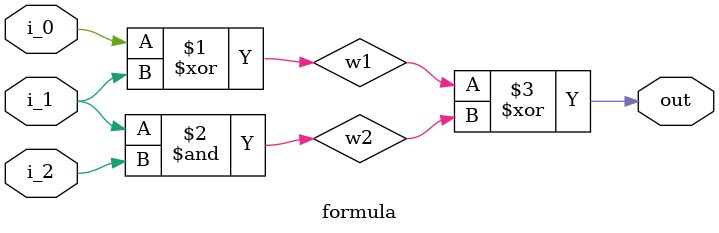
<source format=v>
module formula(i_0,i_1,i_2,out);
	input i_0 ,i_1 ,i_2;
	wire w1,w2;
	output out;
	assign w1 = (i_0 ^ i_1) ;
	assign w2 = (i_1 & i_2) ;
	assign out = (w1 ^ w2) ;
endmodule

</source>
